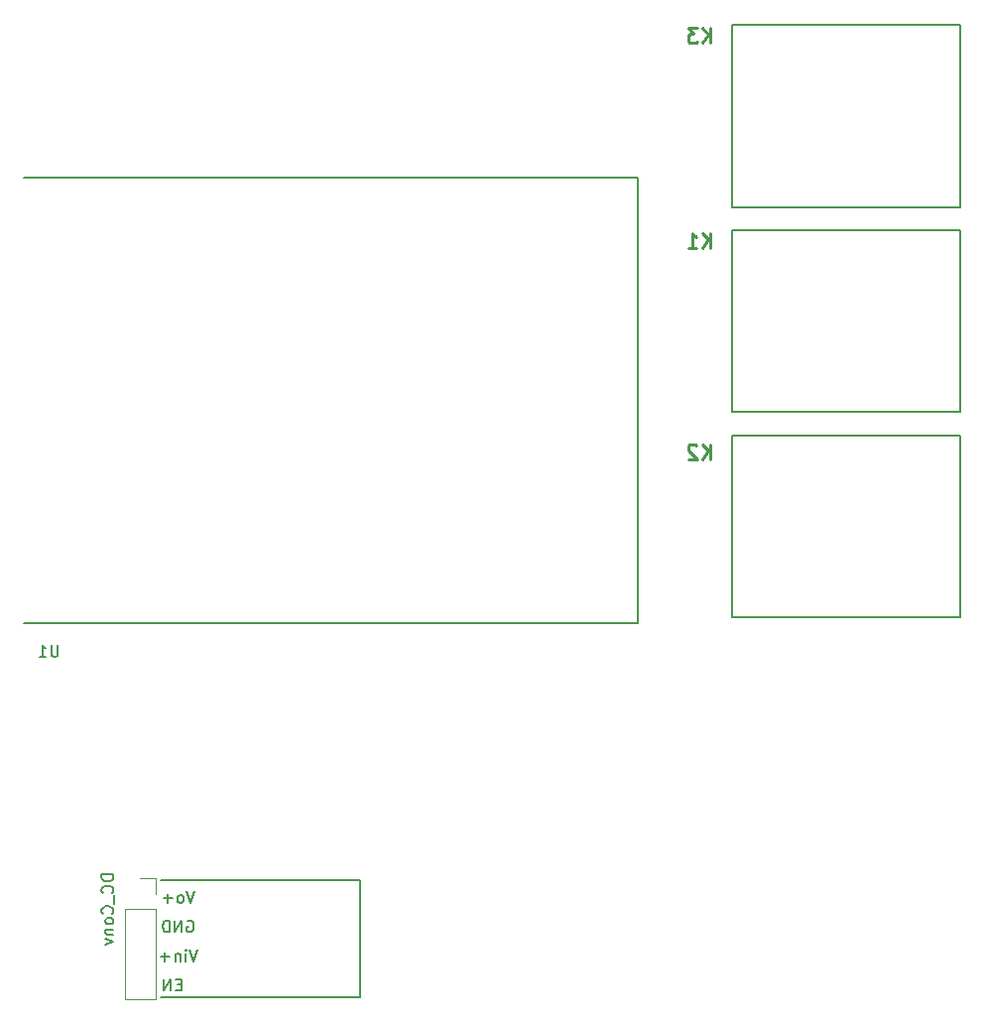
<source format=gbr>
%TF.GenerationSoftware,KiCad,Pcbnew,6.0.11-2627ca5db0~126~ubuntu22.04.1*%
%TF.CreationDate,2023-02-25T17:34:07+01:00*%
%TF.ProjectId,pyroDirector,7079726f-4469-4726-9563-746f722e6b69,rev?*%
%TF.SameCoordinates,Original*%
%TF.FileFunction,Legend,Bot*%
%TF.FilePolarity,Positive*%
%FSLAX46Y46*%
G04 Gerber Fmt 4.6, Leading zero omitted, Abs format (unit mm)*
G04 Created by KiCad (PCBNEW 6.0.11-2627ca5db0~126~ubuntu22.04.1) date 2023-02-25 17:34:07*
%MOMM*%
%LPD*%
G01*
G04 APERTURE LIST*
%ADD10C,0.150000*%
%ADD11C,0.254000*%
%ADD12C,0.200000*%
%ADD13C,0.127000*%
%ADD14C,0.120000*%
G04 APERTURE END LIST*
D10*
X127000000Y-126500000D02*
X127000000Y-116500000D01*
X127000000Y-116500000D02*
X110000000Y-116500000D01*
X110000000Y-126500000D02*
X127000000Y-126500000D01*
X113142857Y-122452380D02*
X112809523Y-123452380D01*
X112476190Y-122452380D01*
X112142857Y-123452380D02*
X112142857Y-122785714D01*
X112142857Y-122452380D02*
X112190476Y-122500000D01*
X112142857Y-122547619D01*
X112095238Y-122500000D01*
X112142857Y-122452380D01*
X112142857Y-122547619D01*
X111666666Y-122785714D02*
X111666666Y-123452380D01*
X111666666Y-122880952D02*
X111619047Y-122833333D01*
X111523809Y-122785714D01*
X111380952Y-122785714D01*
X111285714Y-122833333D01*
X111238095Y-122928571D01*
X111238095Y-123452380D01*
X110761904Y-123071428D02*
X110000000Y-123071428D01*
X110380952Y-123452380D02*
X110380952Y-122690476D01*
X112261904Y-120000000D02*
X112357142Y-119952380D01*
X112500000Y-119952380D01*
X112642857Y-120000000D01*
X112738095Y-120095238D01*
X112785714Y-120190476D01*
X112833333Y-120380952D01*
X112833333Y-120523809D01*
X112785714Y-120714285D01*
X112738095Y-120809523D01*
X112642857Y-120904761D01*
X112500000Y-120952380D01*
X112404761Y-120952380D01*
X112261904Y-120904761D01*
X112214285Y-120857142D01*
X112214285Y-120523809D01*
X112404761Y-120523809D01*
X111785714Y-120952380D02*
X111785714Y-119952380D01*
X111214285Y-120952380D01*
X111214285Y-119952380D01*
X110738095Y-120952380D02*
X110738095Y-119952380D01*
X110500000Y-119952380D01*
X110357142Y-120000000D01*
X110261904Y-120095238D01*
X110214285Y-120190476D01*
X110166666Y-120380952D01*
X110166666Y-120523809D01*
X110214285Y-120714285D01*
X110261904Y-120809523D01*
X110357142Y-120904761D01*
X110500000Y-120952380D01*
X110738095Y-120952380D01*
X112904761Y-117452380D02*
X112571428Y-118452380D01*
X112238095Y-117452380D01*
X111761904Y-118452380D02*
X111857142Y-118404761D01*
X111904761Y-118357142D01*
X111952380Y-118261904D01*
X111952380Y-117976190D01*
X111904761Y-117880952D01*
X111857142Y-117833333D01*
X111761904Y-117785714D01*
X111619047Y-117785714D01*
X111523809Y-117833333D01*
X111476190Y-117880952D01*
X111428571Y-117976190D01*
X111428571Y-118261904D01*
X111476190Y-118357142D01*
X111523809Y-118404761D01*
X111619047Y-118452380D01*
X111761904Y-118452380D01*
X111000000Y-118071428D02*
X110238095Y-118071428D01*
X110619047Y-118452380D02*
X110619047Y-117690476D01*
X111738095Y-125428571D02*
X111404761Y-125428571D01*
X111261904Y-125952380D02*
X111738095Y-125952380D01*
X111738095Y-124952380D01*
X111261904Y-124952380D01*
X110833333Y-125952380D02*
X110833333Y-124952380D01*
X110261904Y-125952380D01*
X110261904Y-124952380D01*
D11*
%TO.C,K2*%
X156937380Y-80574523D02*
X156937380Y-79304523D01*
X156211666Y-80574523D02*
X156755952Y-79848809D01*
X156211666Y-79304523D02*
X156937380Y-80030238D01*
X155727857Y-79425476D02*
X155667380Y-79365000D01*
X155546428Y-79304523D01*
X155244047Y-79304523D01*
X155123095Y-79365000D01*
X155062619Y-79425476D01*
X155002142Y-79546428D01*
X155002142Y-79667380D01*
X155062619Y-79848809D01*
X155788333Y-80574523D01*
X155002142Y-80574523D01*
D10*
%TO.C,U1*%
X101216904Y-96452380D02*
X101216904Y-97261904D01*
X101169285Y-97357142D01*
X101121666Y-97404761D01*
X101026428Y-97452380D01*
X100835952Y-97452380D01*
X100740714Y-97404761D01*
X100693095Y-97357142D01*
X100645476Y-97261904D01*
X100645476Y-96452380D01*
X99645476Y-97452380D02*
X100216904Y-97452380D01*
X99931190Y-97452380D02*
X99931190Y-96452380D01*
X100026428Y-96595238D01*
X100121666Y-96690476D01*
X100216904Y-96738095D01*
%TO.C,J11*%
X105952380Y-116041428D02*
X104952380Y-116041428D01*
X104952380Y-116279523D01*
X105000000Y-116422380D01*
X105095238Y-116517619D01*
X105190476Y-116565238D01*
X105380952Y-116612857D01*
X105523809Y-116612857D01*
X105714285Y-116565238D01*
X105809523Y-116517619D01*
X105904761Y-116422380D01*
X105952380Y-116279523D01*
X105952380Y-116041428D01*
X105857142Y-117612857D02*
X105904761Y-117565238D01*
X105952380Y-117422380D01*
X105952380Y-117327142D01*
X105904761Y-117184285D01*
X105809523Y-117089047D01*
X105714285Y-117041428D01*
X105523809Y-116993809D01*
X105380952Y-116993809D01*
X105190476Y-117041428D01*
X105095238Y-117089047D01*
X105000000Y-117184285D01*
X104952380Y-117327142D01*
X104952380Y-117422380D01*
X105000000Y-117565238D01*
X105047619Y-117612857D01*
X106047619Y-117803333D02*
X106047619Y-118565238D01*
X105857142Y-119374761D02*
X105904761Y-119327142D01*
X105952380Y-119184285D01*
X105952380Y-119089047D01*
X105904761Y-118946190D01*
X105809523Y-118850952D01*
X105714285Y-118803333D01*
X105523809Y-118755714D01*
X105380952Y-118755714D01*
X105190476Y-118803333D01*
X105095238Y-118850952D01*
X105000000Y-118946190D01*
X104952380Y-119089047D01*
X104952380Y-119184285D01*
X105000000Y-119327142D01*
X105047619Y-119374761D01*
X105952380Y-119946190D02*
X105904761Y-119850952D01*
X105857142Y-119803333D01*
X105761904Y-119755714D01*
X105476190Y-119755714D01*
X105380952Y-119803333D01*
X105333333Y-119850952D01*
X105285714Y-119946190D01*
X105285714Y-120089047D01*
X105333333Y-120184285D01*
X105380952Y-120231904D01*
X105476190Y-120279523D01*
X105761904Y-120279523D01*
X105857142Y-120231904D01*
X105904761Y-120184285D01*
X105952380Y-120089047D01*
X105952380Y-119946190D01*
X105285714Y-120708095D02*
X105952380Y-120708095D01*
X105380952Y-120708095D02*
X105333333Y-120755714D01*
X105285714Y-120850952D01*
X105285714Y-120993809D01*
X105333333Y-121089047D01*
X105428571Y-121136666D01*
X105952380Y-121136666D01*
X105285714Y-121517619D02*
X105952380Y-121755714D01*
X105285714Y-121993809D01*
D11*
%TO.C,K3*%
X156937380Y-45074523D02*
X156937380Y-43804523D01*
X156211666Y-45074523D02*
X156755952Y-44348809D01*
X156211666Y-43804523D02*
X156937380Y-44530238D01*
X155788333Y-43804523D02*
X155002142Y-43804523D01*
X155425476Y-44288333D01*
X155244047Y-44288333D01*
X155123095Y-44348809D01*
X155062619Y-44409285D01*
X155002142Y-44530238D01*
X155002142Y-44832619D01*
X155062619Y-44953571D01*
X155123095Y-45014047D01*
X155244047Y-45074523D01*
X155606904Y-45074523D01*
X155727857Y-45014047D01*
X155788333Y-44953571D01*
%TO.C,K1*%
X156937380Y-62574523D02*
X156937380Y-61304523D01*
X156211666Y-62574523D02*
X156755952Y-61848809D01*
X156211666Y-61304523D02*
X156937380Y-62030238D01*
X155002142Y-62574523D02*
X155727857Y-62574523D01*
X155365000Y-62574523D02*
X155365000Y-61304523D01*
X155485952Y-61485952D01*
X155606904Y-61606904D01*
X155727857Y-61667380D01*
D12*
%TO.C,K2*%
X178250000Y-78580000D02*
X158770000Y-78580000D01*
X178250000Y-78580000D02*
X178250000Y-94080000D01*
X158800000Y-94080000D02*
X158800000Y-78580000D01*
X178250000Y-94080000D02*
X158800000Y-94080000D01*
D13*
%TO.C,U1*%
X98350000Y-56550000D02*
X150750000Y-56550000D01*
X150750000Y-56550000D02*
X150750000Y-94550000D01*
X98350000Y-94550000D02*
X150750000Y-94550000D01*
D14*
%TO.C,J11*%
X109580000Y-126650000D02*
X106920000Y-126650000D01*
X106920000Y-118970000D02*
X106920000Y-126650000D01*
X109580000Y-118970000D02*
X109580000Y-126650000D01*
X109580000Y-117700000D02*
X109580000Y-116370000D01*
X109580000Y-118970000D02*
X106920000Y-118970000D01*
X109580000Y-116370000D02*
X108250000Y-116370000D01*
D12*
%TO.C,K3*%
X178250000Y-43570000D02*
X178250000Y-59070000D01*
X178250000Y-59070000D02*
X158800000Y-59070000D01*
X158800000Y-59070000D02*
X158800000Y-43570000D01*
X178250000Y-43570000D02*
X158770000Y-43570000D01*
%TO.C,K1*%
X178250000Y-76580000D02*
X158800000Y-76580000D01*
X158800000Y-76580000D02*
X158800000Y-61080000D01*
X178250000Y-61080000D02*
X178250000Y-76580000D01*
X178250000Y-61080000D02*
X158770000Y-61080000D01*
%TD*%
M02*

</source>
